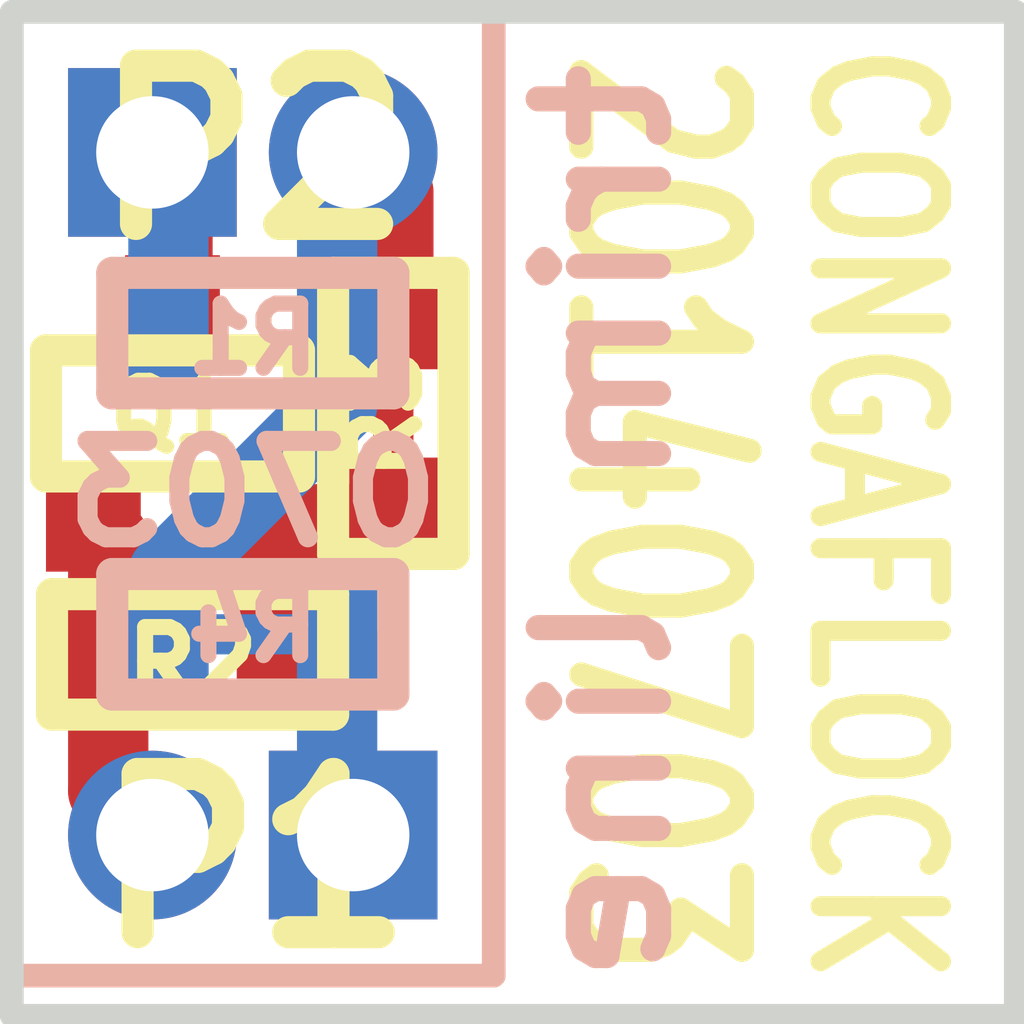
<source format=kicad_pcb>
(kicad_pcb (version 3) (host pcbnew "(2012-nov-02)-stable")

  (general
    (links 10)
    (no_connects 0)
    (area 77.032556 49.791658 88.226901 56.209001)
    (thickness 1.6)
    (drawings 10)
    (tracks 21)
    (zones 0)
    (modules 7)
    (nets 6)
  )

  (page A3)
  (layers
    (15 F.Cu signal)
    (0 B.Cu signal)
    (16 B.Adhes user)
    (17 F.Adhes user)
    (18 B.Paste user)
    (19 F.Paste user)
    (20 B.SilkS user)
    (21 F.SilkS user)
    (22 B.Mask user)
    (23 F.Mask user)
    (24 Dwgs.User user)
    (25 Cmts.User user)
    (26 Eco1.User user)
    (27 Eco2.User user)
    (28 Edge.Cuts user)
  )

  (setup
    (last_trace_width 0.508)
    (trace_clearance 0.254)
    (zone_clearance 0.2032)
    (zone_45_only no)
    (trace_min 0.254)
    (segment_width 0.15)
    (edge_width 0.15)
    (via_size 0.889)
    (via_drill 0.635)
    (via_min_size 0.889)
    (via_min_drill 0.508)
    (uvia_size 0.508)
    (uvia_drill 0.127)
    (uvias_allowed no)
    (uvia_min_size 0.508)
    (uvia_min_drill 0.127)
    (pcb_text_width 0.3)
    (pcb_text_size 1 1)
    (mod_edge_width 0.15)
    (mod_text_size 1 1)
    (mod_text_width 0.15)
    (pad_size 1.0668 1.0668)
    (pad_drill 0.7112)
    (pad_to_mask_clearance 0.0762)
    (aux_axis_origin 0 0)
    (visible_elements FFFFFFBF)
    (pcbplotparams
      (layerselection 284196865)
      (usegerberextensions true)
      (excludeedgelayer true)
      (linewidth 152400)
      (plotframeref false)
      (viasonmask false)
      (mode 1)
      (useauxorigin false)
      (hpglpennumber 1)
      (hpglpenspeed 20)
      (hpglpendiameter 15)
      (hpglpenoverlay 2)
      (psnegative false)
      (psa4output false)
      (plotreference false)
      (plotvalue false)
      (plotothertext true)
      (plotinvisibletext false)
      (padsonsilk false)
      (subtractmaskfromsilk false)
      (outputformat 1)
      (mirror false)
      (drillshape 0)
      (scaleselection 1)
      (outputdirectory gerbers))
  )

  (net 0 "")
  (net 1 /DRAIN)
  (net 2 /GATE)
  (net 3 /SOURCE)
  (net 4 GND)
  (net 5 N-000003)

  (net_class Default "This is the default net class."
    (clearance 0.254)
    (trace_width 0.508)
    (via_dia 0.889)
    (via_drill 0.635)
    (uvia_dia 0.508)
    (uvia_drill 0.127)
    (add_net "")
    (add_net /DRAIN)
    (add_net /GATE)
    (add_net /SOURCE)
    (add_net GND)
    (add_net N-000003)
  )

  (module GSG-0402 (layer F.Cu) (tedit 53B03450) (tstamp 53B0360A)
    (at 80.899 53.975)
    (path /53703213)
    (solder_mask_margin 0.1016)
    (fp_text reference R2 (at 0 0.0508) (layer F.SilkS)
      (effects (font (size 0.4064 0.4064) (thickness 0.1016)))
    )
    (fp_text value 100k (at 0 0.0508) (layer F.SilkS) hide
      (effects (font (size 0.4064 0.4064) (thickness 0.1016)))
    )
    (fp_line (start 0.889 -0.381) (end 0.889 0.381) (layer F.SilkS) (width 0.2032))
    (fp_line (start 0.889 0.381) (end -0.889 0.381) (layer F.SilkS) (width 0.2032))
    (fp_line (start -0.889 0.381) (end -0.889 -0.381) (layer F.SilkS) (width 0.2032))
    (fp_line (start -0.889 -0.381) (end 0.889 -0.381) (layer F.SilkS) (width 0.2032))
    (pad 2 smd rect (at 0.5334 0) (size 0.508 0.5588)
      (layers F.Cu F.Paste F.Mask)
      (net 3 /SOURCE)
      (solder_mask_margin 0.1016)
    )
    (pad 1 smd rect (at -0.5334 0) (size 0.508 0.5588)
      (layers F.Cu F.Paste F.Mask)
      (net 2 /GATE)
      (die_length -2147.483648)
      (solder_mask_margin 0.1016)
    )
  )

  (module GSG-0402 (layer B.Cu) (tedit 53B3B4DC) (tstamp 53B03614)
    (at 81.28 51.943)
    (path /5370DAFA)
    (solder_mask_margin 0.1016)
    (fp_text reference R1 (at 0 0.037) (layer B.SilkS)
      (effects (font (size 0.4064 0.4064) (thickness 0.1016)) (justify mirror))
    )
    (fp_text value DNP (at 0 -0.0508) (layer B.SilkS) hide
      (effects (font (size 0.4064 0.4064) (thickness 0.1016)) (justify mirror))
    )
    (fp_line (start 0.889 0.381) (end 0.889 -0.381) (layer B.SilkS) (width 0.2032))
    (fp_line (start 0.889 -0.381) (end -0.889 -0.381) (layer B.SilkS) (width 0.2032))
    (fp_line (start -0.889 -0.381) (end -0.889 0.381) (layer B.SilkS) (width 0.2032))
    (fp_line (start -0.889 0.381) (end 0.889 0.381) (layer B.SilkS) (width 0.2032))
    (pad 2 smd rect (at 0.5334 0) (size 0.508 0.5588)
      (layers B.Cu B.Paste B.Mask)
      (net 4 GND)
      (solder_mask_margin 0.1016)
    )
    (pad 1 smd rect (at -0.5334 0) (size 0.508 0.5588)
      (layers B.Cu B.Paste B.Mask)
      (net 1 /DRAIN)
      (die_length -2147.483648)
      (solder_mask_margin 0.1016)
    )
  )

  (module GSG-SOT416-GDS (layer F.Cu) (tedit 53B03603) (tstamp 53B035F4)
    (at 80.772 52.451)
    (path /5370319E)
    (fp_text reference Q1 (at 0 0) (layer F.SilkS)
      (effects (font (size 0.381 0.381) (thickness 0.09525)))
    )
    (fp_text value MOSFET_N (at 0 0) (layer F.SilkS) hide
      (effects (font (size 0.381 0.381) (thickness 0.09652)))
    )
    (fp_line (start 0.8001 -0.39878) (end -0.8001 -0.39878) (layer F.SilkS) (width 0.2032))
    (fp_line (start -0.8001 -0.39878) (end -0.8001 0.39878) (layer F.SilkS) (width 0.2032))
    (fp_line (start -0.8001 0.39878) (end 0.8001 0.39878) (layer F.SilkS) (width 0.2032))
    (fp_line (start 0.8001 0.39878) (end 0.8001 -0.39878) (layer F.SilkS) (width 0.2032))
    (pad G smd rect (at -0.50038 0.70104) (size 0.59944 0.59944)
      (layers F.Cu F.Paste F.Mask)
      (net 2 /GATE)
    )
    (pad S smd rect (at 0.50038 0.70104) (size 0.59944 0.59944)
      (layers F.Cu F.Paste F.Mask)
      (net 3 /SOURCE)
    )
    (pad D smd rect (at 0 -0.70104) (size 0.59944 0.59944)
      (layers F.Cu F.Paste F.Mask)
      (net 1 /DRAIN)
    )
  )

  (module GSG-50MIL-HEADER-1x2-TH (layer F.Cu) (tedit 53B03A6B) (tstamp 53B035FA)
    (at 81.28 50.8)
    (path /53B03152)
    (fp_text reference P2 (at 0 0) (layer F.SilkS)
      (effects (font (size 1.00076 1.00076) (thickness 0.2032)))
    )
    (fp_text value ANTENNA (at 0 0) (layer F.SilkS) hide
      (effects (font (size 1.00076 1.00076) (thickness 0.2032)))
    )
    (pad 1 thru_hole rect (at -0.635 0) (size 1.0668 1.0668) (drill 0.7112)
      (layers *.Cu *.Mask)
      (net 1 /DRAIN)
    )
    (pad 2 thru_hole circle (at 0.635 0) (size 1.0668 1.0668) (drill 0.7112)
      (layers *.Cu *.Mask)
      (net 4 GND)
    )
  )

  (module GSG-50MIL-HEADER-1x2-TH (layer F.Cu) (tedit 53B3B4C7) (tstamp 53B03600)
    (at 81.28 55.118 180)
    (path /53B03194)
    (fp_text reference P1 (at -0.01 -0.162 180) (layer F.SilkS)
      (effects (font (size 1.00076 1.00076) (thickness 0.2032)))
    )
    (fp_text value INPUT (at 0 0 180) (layer F.SilkS) hide
      (effects (font (size 1.00076 1.00076) (thickness 0.2032)))
    )
    (pad 1 thru_hole rect (at -0.635 0 180) (size 1.0668 1.0668) (drill 0.7112)
      (layers *.Cu *.Mask)
      (net 5 N-000003)
    )
    (pad 2 thru_hole circle (at 0.635 0 180) (size 1.0668 1.0668) (drill 0.7112)
      (layers *.Cu *.Mask)
      (net 2 /GATE)
    )
  )

  (module GSG-0402-SHORT-10MIL (layer B.Cu) (tedit 53B57B9C) (tstamp 53B03628)
    (at 81.28 53.848)
    (path /53B032AD)
    (solder_mask_margin 0.1016)
    (fp_text reference R4 (at 0 -0.0508) (layer B.SilkS)
      (effects (font (size 0.4064 0.4064) (thickness 0.1016)) (justify mirror))
    )
    (fp_text value 0 (at 0 -0.0508) (layer B.SilkS) hide
      (effects (font (size 0.4064 0.4064) (thickness 0.1016)) (justify mirror))
    )
    (fp_line (start 0.889 0.381) (end 0.889 -0.381) (layer B.SilkS) (width 0.2032))
    (fp_line (start 0.889 -0.381) (end -0.889 -0.381) (layer B.SilkS) (width 0.2032))
    (fp_line (start -0.889 -0.381) (end -0.889 0.381) (layer B.SilkS) (width 0.2032))
    (fp_line (start -0.889 0.381) (end 0.889 0.381) (layer B.SilkS) (width 0.2032))
    (pad 2 smd rect (at 0.5334 0) (size 0.508 0.5588)
      (layers B.Cu B.Mask)
      (net 5 N-000003)
      (solder_mask_margin 0.1016)
    )
    (pad 1 smd rect (at -0.5334 0) (size 0.508 0.5588)
      (layers B.Cu B.Mask)
      (net 4 GND)
      (die_length -2147.483648)
      (solder_mask_margin 0.1016)
    )
    (pad "" smd rect (at 0 0) (size 0.762 0.254)
      (layers B.Cu B.Mask)
    )
  )

  (module GSG-0402-SHORT-10MIL (layer F.Cu) (tedit 53B57B9C) (tstamp 53B0361E)
    (at 82.169 52.451 270)
    (path /5370DB07)
    (solder_mask_margin 0.1016)
    (fp_text reference R3 (at 0 0.0508 270) (layer F.SilkS)
      (effects (font (size 0.4064 0.4064) (thickness 0.1016)))
    )
    (fp_text value 0 (at 0 0.0508 270) (layer F.SilkS) hide
      (effects (font (size 0.4064 0.4064) (thickness 0.1016)))
    )
    (fp_line (start 0.889 -0.381) (end 0.889 0.381) (layer F.SilkS) (width 0.2032))
    (fp_line (start 0.889 0.381) (end -0.889 0.381) (layer F.SilkS) (width 0.2032))
    (fp_line (start -0.889 0.381) (end -0.889 -0.381) (layer F.SilkS) (width 0.2032))
    (fp_line (start -0.889 -0.381) (end 0.889 -0.381) (layer F.SilkS) (width 0.2032))
    (pad 2 smd rect (at 0.5334 0 270) (size 0.508 0.5588)
      (layers F.Cu F.Mask)
      (net 3 /SOURCE)
      (solder_mask_margin 0.1016)
    )
    (pad 1 smd rect (at -0.5334 0 270) (size 0.508 0.5588)
      (layers F.Cu F.Mask)
      (net 4 GND)
      (die_length -2147.483648)
      (solder_mask_margin 0.1016)
    )
    (pad "" smd rect (at 0 0 270) (size 0.762 0.254)
      (layers F.Cu F.Mask)
    )
  )

  (gr_text 20140703 (at 83.82 53.086 270) (layer F.SilkS)
    (effects (font (size 1.016 0.762) (thickness 0.1524)))
  )
  (gr_text "trim line" (at 83.5025 53.1495 90) (layer B.SilkS)
    (effects (font (size 0.762 0.889) (thickness 0.15875)) (justify mirror))
  )
  (gr_text CONGAFLOCK (at 85.217 53.086 270) (layer F.SilkS)
    (effects (font (size 0.762 0.6096) (thickness 0.127)))
  )
  (gr_line (start 86.106 56.261) (end 79.756 56.261) (angle 90) (layer Edge.Cuts) (width 0.15))
  (gr_line (start 86.106 49.911) (end 86.106 56.261) (angle 90) (layer Edge.Cuts) (width 0.15))
  (gr_text 0703 (at 81.28 52.959) (layer B.SilkS)
    (effects (font (size 0.6096 0.6096) (thickness 0.127)) (justify mirror))
  )
  (gr_line (start 79.756 49.911) (end 79.756 56.261) (angle 90) (layer Edge.Cuts) (width 0.15) (tstamp 53B56F1E))
  (gr_line (start 86.106 49.911) (end 79.756 49.911) (angle 90) (layer Edge.Cuts) (width 0.15))
  (gr_line (start 82.804 56.007) (end 82.804 49.911) (angle 90) (layer B.SilkS) (width 0.15))
  (gr_line (start 79.756 56.007) (end 82.804 56.007) (angle 90) (layer B.SilkS) (width 0.15))

  (segment (start 80.7466 51.943) (end 80.7466 50.9016) (width 0.508) (layer B.Cu) (net 1))
  (segment (start 80.7466 50.9016) (end 80.645 50.8) (width 0.508) (layer B.Cu) (net 1) (tstamp 53B3B496))
  (segment (start 80.772 51.74996) (end 80.772 50.927) (width 0.508) (layer F.Cu) (net 1))
  (segment (start 80.772 50.927) (end 80.645 50.8) (width 0.508) (layer F.Cu) (net 1) (tstamp 53B0390A))
  (segment (start 80.3656 53.975) (end 80.3656 53.24602) (width 0.508) (layer F.Cu) (net 2))
  (segment (start 80.3656 53.24602) (end 80.27162 53.15204) (width 0.508) (layer F.Cu) (net 2) (tstamp 53B03919))
  (segment (start 80.3656 53.975) (end 80.3656 54.8386) (width 0.508) (layer F.Cu) (net 2))
  (segment (start 80.3656 54.8386) (end 80.645 55.118) (width 0.508) (layer F.Cu) (net 2) (tstamp 53B03916))
  (segment (start 81.4324 53.975) (end 81.4324 53.31206) (width 0.508) (layer F.Cu) (net 3))
  (segment (start 81.4324 53.31206) (end 81.27238 53.15204) (width 0.508) (layer F.Cu) (net 3) (tstamp 53B0391C))
  (segment (start 81.27238 53.15204) (end 82.00136 53.15204) (width 0.508) (layer F.Cu) (net 3))
  (segment (start 82.00136 53.15204) (end 82.169 52.9844) (width 0.508) (layer F.Cu) (net 3) (tstamp 53B0390D))
  (segment (start 81.8134 51.943) (end 81.8134 50.9016) (width 0.508) (layer B.Cu) (net 4))
  (segment (start 81.8134 50.9016) (end 81.915 50.8) (width 0.508) (layer B.Cu) (net 4) (tstamp 53B3B478))
  (segment (start 80.7466 53.848) (end 80.7466 53.4634) (width 0.508) (layer B.Cu) (net 4))
  (segment (start 81.8134 52.3966) (end 81.8134 51.943) (width 0.508) (layer B.Cu) (net 4) (tstamp 53B3B471))
  (segment (start 80.7466 53.4634) (end 81.8134 52.3966) (width 0.508) (layer B.Cu) (net 4) (tstamp 53B3B46B))
  (segment (start 82.169 51.9176) (end 82.169 51.054) (width 0.508) (layer F.Cu) (net 4))
  (segment (start 82.169 51.054) (end 81.915 50.8) (width 0.508) (layer F.Cu) (net 4) (tstamp 53B03911))
  (segment (start 81.8134 55.0164) (end 81.915 55.118) (width 0.508) (layer B.Cu) (net 5) (tstamp 53B3B518))
  (segment (start 81.8134 53.848) (end 81.8134 55.0164) (width 0.508) (layer B.Cu) (net 5))

)

</source>
